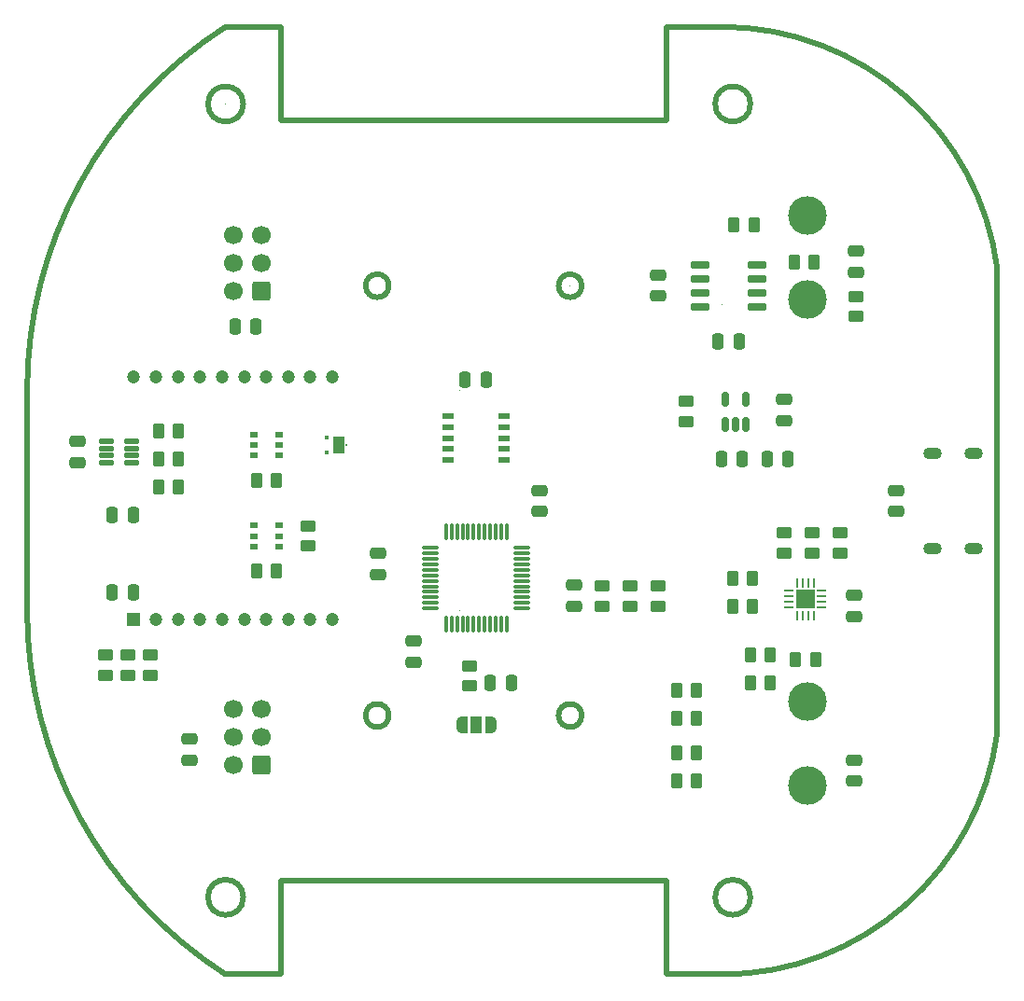
<source format=gbr>
%TF.GenerationSoftware,KiCad,Pcbnew,6.0.7-f9a2dced07~116~ubuntu20.04.1*%
%TF.CreationDate,2022-08-31T16:11:48+02:00*%
%TF.ProjectId,dumber-v3,64756d62-6572-42d7-9633-2e6b69636164,1.1*%
%TF.SameCoordinates,Original*%
%TF.FileFunction,Soldermask,Bot*%
%TF.FilePolarity,Negative*%
%FSLAX46Y46*%
G04 Gerber Fmt 4.6, Leading zero omitted, Abs format (unit mm)*
G04 Created by KiCad (PCBNEW 6.0.7-f9a2dced07~116~ubuntu20.04.1) date 2022-08-31 16:11:48*
%MOMM*%
%LPD*%
G01*
G04 APERTURE LIST*
G04 Aperture macros list*
%AMRoundRect*
0 Rectangle with rounded corners*
0 $1 Rounding radius*
0 $2 $3 $4 $5 $6 $7 $8 $9 X,Y pos of 4 corners*
0 Add a 4 corners polygon primitive as box body*
4,1,4,$2,$3,$4,$5,$6,$7,$8,$9,$2,$3,0*
0 Add four circle primitives for the rounded corners*
1,1,$1+$1,$2,$3*
1,1,$1+$1,$4,$5*
1,1,$1+$1,$6,$7*
1,1,$1+$1,$8,$9*
0 Add four rect primitives between the rounded corners*
20,1,$1+$1,$2,$3,$4,$5,0*
20,1,$1+$1,$4,$5,$6,$7,0*
20,1,$1+$1,$6,$7,$8,$9,0*
20,1,$1+$1,$8,$9,$2,$3,0*%
%AMFreePoly0*
4,1,22,0.550000,-0.750000,0.000000,-0.750000,0.000000,-0.745033,-0.079941,-0.743568,-0.215256,-0.701293,-0.333266,-0.622738,-0.424486,-0.514219,-0.481581,-0.384460,-0.499164,-0.250000,-0.500000,-0.250000,-0.500000,0.250000,-0.499164,0.250000,-0.499963,0.256109,-0.478152,0.396186,-0.417904,0.524511,-0.324060,0.630769,-0.204165,0.706417,-0.067858,0.745374,0.000000,0.744959,0.000000,0.750000,
0.550000,0.750000,0.550000,-0.750000,0.550000,-0.750000,$1*%
%AMFreePoly1*
4,1,20,0.000000,0.744959,0.073905,0.744508,0.209726,0.703889,0.328688,0.626782,0.421226,0.519385,0.479903,0.390333,0.500000,0.250000,0.500000,-0.250000,0.499851,-0.262216,0.476331,-0.402017,0.414519,-0.529596,0.319384,-0.634700,0.198574,-0.708877,0.061801,-0.746166,0.000000,-0.745033,0.000000,-0.750000,-0.550000,-0.750000,-0.550000,0.750000,0.000000,0.750000,0.000000,0.744959,
0.000000,0.744959,$1*%
G04 Aperture macros list end*
%TA.AperFunction,Profile*%
%ADD10C,0.010050*%
%TD*%
%TA.AperFunction,Profile*%
%ADD11C,0.500000*%
%TD*%
%ADD12R,0.300000X0.300000*%
%ADD13R,0.250000X0.250000*%
%ADD14R,1.000000X1.500000*%
%ADD15RoundRect,0.250000X0.600000X0.600000X-0.600000X0.600000X-0.600000X-0.600000X0.600000X-0.600000X0*%
%ADD16C,1.700000*%
%ADD17C,3.500000*%
%ADD18O,1.700000X1.100000*%
%ADD19R,1.200000X1.200000*%
%ADD20C,1.200000*%
%ADD21RoundRect,0.250000X0.475000X-0.250000X0.475000X0.250000X-0.475000X0.250000X-0.475000X-0.250000X0*%
%ADD22RoundRect,0.250000X-0.262500X-0.450000X0.262500X-0.450000X0.262500X0.450000X-0.262500X0.450000X0*%
%ADD23RoundRect,0.075000X-0.662500X-0.075000X0.662500X-0.075000X0.662500X0.075000X-0.662500X0.075000X0*%
%ADD24RoundRect,0.075000X-0.075000X-0.662500X0.075000X-0.662500X0.075000X0.662500X-0.075000X0.662500X0*%
%ADD25RoundRect,0.250000X0.262500X0.450000X-0.262500X0.450000X-0.262500X-0.450000X0.262500X-0.450000X0*%
%ADD26RoundRect,0.250000X-0.475000X0.250000X-0.475000X-0.250000X0.475000X-0.250000X0.475000X0.250000X0*%
%ADD27RoundRect,0.250000X-0.250000X-0.475000X0.250000X-0.475000X0.250000X0.475000X-0.250000X0.475000X0*%
%ADD28RoundRect,0.125000X-0.537500X-0.125000X0.537500X-0.125000X0.537500X0.125000X-0.537500X0.125000X0*%
%ADD29R,0.700000X0.510000*%
%ADD30RoundRect,0.250000X-0.450000X0.262500X-0.450000X-0.262500X0.450000X-0.262500X0.450000X0.262500X0*%
%ADD31RoundRect,0.250000X0.450000X-0.262500X0.450000X0.262500X-0.450000X0.262500X-0.450000X-0.262500X0*%
%ADD32R,1.100000X0.510000*%
%ADD33FreePoly0,180.000000*%
%ADD34FreePoly1,180.000000*%
%ADD35RoundRect,0.250000X0.250000X0.475000X-0.250000X0.475000X-0.250000X-0.475000X0.250000X-0.475000X0*%
%ADD36R,0.812800X0.254000*%
%ADD37R,0.254000X0.812800*%
%ADD38R,1.752600X1.752600*%
%ADD39RoundRect,0.150000X0.150000X-0.512500X0.150000X0.512500X-0.150000X0.512500X-0.150000X-0.512500X0*%
%ADD40RoundRect,0.150000X0.725000X0.150000X-0.725000X0.150000X-0.725000X-0.150000X0.725000X-0.150000X0*%
G04 APERTURE END LIST*
D10*
X173755025Y-70000000D02*
G75*
G03*
X173755025Y-70000000I-5025J0D01*
G01*
X141505025Y-86500000D02*
G75*
G03*
X141505025Y-86500000I-5025J0D01*
G01*
D11*
X175350000Y-70000000D02*
G75*
G03*
X175350000Y-70000000I-1600000J0D01*
G01*
X142550000Y-86500000D02*
G75*
G03*
X142550000Y-86500000I-1050000J0D01*
G01*
X167750000Y-63000000D02*
X167750000Y-71500000D01*
X109750000Y-96000000D02*
X109750000Y-116000000D01*
X129350000Y-142000000D02*
G75*
G03*
X129350000Y-142000000I-1600000J0D01*
G01*
X127750000Y-63000000D02*
G75*
G03*
X109750000Y-96000000I21250000J-33000000D01*
G01*
X197750000Y-127000000D02*
X197750000Y-85000000D01*
X129350000Y-70000000D02*
G75*
G03*
X129350000Y-70000000I-1600000J0D01*
G01*
X167750000Y-149000000D02*
X172750000Y-149000000D01*
X172750000Y-63000000D02*
X167750000Y-63000000D01*
D10*
X172755025Y-123795455D02*
G75*
G03*
X172755025Y-123795455I-5025J0D01*
G01*
X159005025Y-125500000D02*
G75*
G03*
X159005025Y-125500000I-5025J0D01*
G01*
X159005025Y-86500000D02*
G75*
G03*
X159005025Y-86500000I-5025J0D01*
G01*
X172755025Y-88204545D02*
G75*
G03*
X172755025Y-88204545I-5025J0D01*
G01*
X149005025Y-116000000D02*
G75*
G03*
X149005025Y-116000000I-5025J0D01*
G01*
D11*
X132750000Y-149000000D02*
X132750000Y-140500000D01*
X167750000Y-140500000D02*
X167750000Y-149000000D01*
X127750000Y-149000000D02*
X132750000Y-149000000D01*
X167750000Y-71500000D02*
X132750000Y-71500000D01*
D10*
X127755025Y-70000000D02*
G75*
G03*
X127755025Y-70000000I-5025J0D01*
G01*
D11*
X109750000Y-116000000D02*
G75*
G03*
X127750000Y-149000000I39250000J0D01*
G01*
X175350000Y-142000000D02*
G75*
G03*
X175350000Y-142000000I-1600000J0D01*
G01*
D10*
X149005025Y-96000000D02*
G75*
G03*
X149005025Y-96000000I-5025J0D01*
G01*
D11*
X132750000Y-63000000D02*
X127750000Y-63000000D01*
X132750000Y-71500000D02*
X132750000Y-63000000D01*
X197750047Y-84999994D02*
G75*
G03*
X172750000Y-63000000I-25000047J-3204606D01*
G01*
X160050000Y-86500000D02*
G75*
G03*
X160050000Y-86500000I-1050000J0D01*
G01*
D10*
X173755025Y-142000000D02*
G75*
G03*
X173755025Y-142000000I-5025J0D01*
G01*
X141505025Y-125500000D02*
G75*
G03*
X141505025Y-125500000I-5025J0D01*
G01*
D11*
X132750000Y-140500000D02*
X167750000Y-140500000D01*
X160050000Y-125500000D02*
G75*
G03*
X160050000Y-125500000I-1050000J0D01*
G01*
X142550000Y-125500000D02*
G75*
G03*
X142550000Y-125500000I-1050000J0D01*
G01*
X172750000Y-149000005D02*
G75*
G03*
X197750000Y-127000000I0J25204545D01*
G01*
D10*
X127755025Y-142000000D02*
G75*
G03*
X127755025Y-142000000I-5025J0D01*
G01*
D12*
%TO.C,D1*%
X136945000Y-101615000D03*
X136945000Y-100315000D03*
D13*
X138670000Y-100965000D03*
D14*
X138045000Y-100965000D03*
%TD*%
D15*
%TO.C,J1*%
X131000000Y-87000000D03*
D16*
X128460000Y-87000000D03*
X131000000Y-84460000D03*
X128460000Y-84460000D03*
X131000000Y-81920000D03*
X128460000Y-81920000D03*
%TD*%
D17*
%TO.C,BT1*%
X180500000Y-124250000D03*
X180500000Y-131850000D03*
X180500000Y-80150000D03*
X180500000Y-87750000D03*
%TD*%
D15*
%TO.C,J2*%
X131000000Y-130000000D03*
D16*
X128460000Y-130000000D03*
X131000000Y-127460000D03*
X128460000Y-127460000D03*
X131000000Y-124920000D03*
X128460000Y-124920000D03*
%TD*%
D18*
%TO.C,P1*%
X191835000Y-101710000D03*
X195635000Y-110350000D03*
X195635000Y-101700000D03*
X191835000Y-110350000D03*
%TD*%
D19*
%TO.C,U1*%
X119435000Y-116800000D03*
D20*
X121435000Y-116800000D03*
X123435000Y-116800000D03*
X125435000Y-116800000D03*
X127435000Y-116800000D03*
X129435000Y-116800000D03*
X131435000Y-116800000D03*
X133435000Y-116800000D03*
X135435000Y-116800000D03*
X137435000Y-116800000D03*
X137435000Y-94800000D03*
X135435000Y-94800000D03*
X133435000Y-94800000D03*
X131435000Y-94800000D03*
X129435000Y-94800000D03*
X127435000Y-94800000D03*
X125435000Y-94800000D03*
X123435000Y-94800000D03*
X121435000Y-94800000D03*
X119435000Y-94800000D03*
%TD*%
D21*
%TO.C,C17*%
X156210000Y-106995000D03*
X156210000Y-105095000D03*
%TD*%
D22*
%TO.C,R10*%
X173839500Y-81000000D03*
X175664500Y-81000000D03*
%TD*%
D23*
%TO.C,U2*%
X146332500Y-115780000D03*
X146332500Y-115280000D03*
X146332500Y-114780000D03*
X146332500Y-114280000D03*
X146332500Y-113780000D03*
X146332500Y-113280000D03*
X146332500Y-112780000D03*
X146332500Y-112280000D03*
X146332500Y-111780000D03*
X146332500Y-111280000D03*
X146332500Y-110780000D03*
X146332500Y-110280000D03*
D24*
X147745000Y-108867500D03*
X148245000Y-108867500D03*
X148745000Y-108867500D03*
X149245000Y-108867500D03*
X149745000Y-108867500D03*
X150245000Y-108867500D03*
X150745000Y-108867500D03*
X151245000Y-108867500D03*
X151745000Y-108867500D03*
X152245000Y-108867500D03*
X152745000Y-108867500D03*
X153245000Y-108867500D03*
D23*
X154657500Y-110280000D03*
X154657500Y-110780000D03*
X154657500Y-111280000D03*
X154657500Y-111780000D03*
X154657500Y-112280000D03*
X154657500Y-112780000D03*
X154657500Y-113280000D03*
X154657500Y-113780000D03*
X154657500Y-114280000D03*
X154657500Y-114780000D03*
X154657500Y-115280000D03*
X154657500Y-115780000D03*
D24*
X153245000Y-117192500D03*
X152745000Y-117192500D03*
X152245000Y-117192500D03*
X151745000Y-117192500D03*
X151245000Y-117192500D03*
X150745000Y-117192500D03*
X150245000Y-117192500D03*
X149745000Y-117192500D03*
X149245000Y-117192500D03*
X148745000Y-117192500D03*
X148245000Y-117192500D03*
X147745000Y-117192500D03*
%TD*%
D21*
%TO.C,C4*%
X184785000Y-116520000D03*
X184785000Y-114620000D03*
%TD*%
D25*
%TO.C,R7*%
X175537500Y-113030000D03*
X173712500Y-113030000D03*
%TD*%
D26*
%TO.C,C20*%
X141605000Y-110810000D03*
X141605000Y-112710000D03*
%TD*%
D25*
%TO.C,R17*%
X170457500Y-123190000D03*
X168632500Y-123190000D03*
%TD*%
D27*
%TO.C,C6*%
X172725000Y-102235000D03*
X174625000Y-102235000D03*
%TD*%
D22*
%TO.C,R3*%
X175340000Y-122555000D03*
X177165000Y-122555000D03*
%TD*%
D26*
%TO.C,C19*%
X144780000Y-118750000D03*
X144780000Y-120650000D03*
%TD*%
D28*
%TO.C,U3*%
X116972500Y-102575000D03*
X116972500Y-101925000D03*
X116972500Y-101275000D03*
X116972500Y-100625000D03*
X119247500Y-100625000D03*
X119247500Y-101275000D03*
X119247500Y-101925000D03*
X119247500Y-102575000D03*
%TD*%
D29*
%TO.C,Q2*%
X132605000Y-108270000D03*
X132605000Y-109220000D03*
X132605000Y-110170000D03*
X130285000Y-110170000D03*
X130285000Y-109220000D03*
X130285000Y-108270000D03*
%TD*%
D22*
%TO.C,R24*%
X130532500Y-112395000D03*
X132357500Y-112395000D03*
%TD*%
%TO.C,R1*%
X130532500Y-104140000D03*
X132357500Y-104140000D03*
%TD*%
D21*
%TO.C,C7*%
X184785000Y-131440000D03*
X184785000Y-129540000D03*
%TD*%
D30*
%TO.C,R16*%
X116840000Y-120015000D03*
X116840000Y-121840000D03*
%TD*%
D31*
%TO.C,R13*%
X178435000Y-110767500D03*
X178435000Y-108942500D03*
%TD*%
D32*
%TO.C,U7*%
X153045000Y-98330000D03*
X153045000Y-99330000D03*
X153045000Y-100330000D03*
X153045000Y-101330000D03*
X153045000Y-102330000D03*
X147945000Y-102330000D03*
X147945000Y-101330000D03*
X147945000Y-100330000D03*
X147945000Y-99330000D03*
X147945000Y-98330000D03*
%TD*%
D25*
%TO.C,R21*%
X175537500Y-115570000D03*
X173712500Y-115570000D03*
%TD*%
D26*
%TO.C,C3*%
X188595000Y-105095000D03*
X188595000Y-106995000D03*
%TD*%
D25*
%TO.C,R2*%
X123467500Y-102235000D03*
X121642500Y-102235000D03*
%TD*%
D33*
%TO.C,JP1*%
X151795000Y-126365000D03*
D14*
X150495000Y-126365000D03*
D34*
X149195000Y-126365000D03*
%TD*%
D27*
%TO.C,C8*%
X172405000Y-91572500D03*
X174305000Y-91572500D03*
%TD*%
D22*
%TO.C,R5*%
X175340000Y-120015000D03*
X177165000Y-120015000D03*
%TD*%
D25*
%TO.C,R11*%
X181149000Y-84328000D03*
X179324000Y-84328000D03*
%TD*%
D26*
%TO.C,C5*%
X184912000Y-83378000D03*
X184912000Y-85278000D03*
%TD*%
D22*
%TO.C,R18*%
X168632500Y-125730000D03*
X170457500Y-125730000D03*
%TD*%
D25*
%TO.C,R19*%
X170457500Y-131445000D03*
X168632500Y-131445000D03*
%TD*%
D35*
%TO.C,C13*%
X119375000Y-114300000D03*
X117475000Y-114300000D03*
%TD*%
D36*
%TO.C,U4*%
X181813200Y-114184999D03*
X181813200Y-114685000D03*
X181813200Y-115185000D03*
X181813200Y-115685001D03*
D37*
X181090001Y-116408200D03*
X180590000Y-116408200D03*
X180090000Y-116408200D03*
X179589999Y-116408200D03*
D36*
X178866800Y-115685001D03*
X178866800Y-115185000D03*
X178866800Y-114685000D03*
X178866800Y-114184999D03*
D37*
X179589999Y-113461800D03*
X180090000Y-113461800D03*
X180590000Y-113461800D03*
X181090001Y-113461800D03*
D38*
X180340000Y-114935000D03*
%TD*%
D22*
%TO.C,R9*%
X179427500Y-120396000D03*
X181252500Y-120396000D03*
%TD*%
D31*
%TO.C,R14*%
X183515000Y-110767500D03*
X183515000Y-108942500D03*
%TD*%
%TO.C,R29*%
X161925000Y-115570000D03*
X161925000Y-113745000D03*
%TD*%
D26*
%TO.C,C10*%
X167005000Y-85542500D03*
X167005000Y-87442500D03*
%TD*%
D31*
%TO.C,R26*%
X149860000Y-122832500D03*
X149860000Y-121007500D03*
%TD*%
D30*
%TO.C,R28*%
X164465000Y-113745000D03*
X164465000Y-115570000D03*
%TD*%
D31*
%TO.C,R8*%
X184912000Y-89304500D03*
X184912000Y-87479500D03*
%TD*%
D25*
%TO.C,R6*%
X123467500Y-99695000D03*
X121642500Y-99695000D03*
%TD*%
D31*
%TO.C,R25*%
X135255000Y-110132500D03*
X135255000Y-108307500D03*
%TD*%
%TO.C,R27*%
X167005000Y-115570000D03*
X167005000Y-113745000D03*
%TD*%
D35*
%TO.C,C14*%
X130490000Y-90170000D03*
X128590000Y-90170000D03*
%TD*%
D30*
%TO.C,R23*%
X120904000Y-120015000D03*
X120904000Y-121840000D03*
%TD*%
D31*
%TO.C,R12*%
X180975000Y-110767500D03*
X180975000Y-108942500D03*
%TD*%
D21*
%TO.C,C15*%
X124460000Y-129535000D03*
X124460000Y-127635000D03*
%TD*%
D35*
%TO.C,C12*%
X151384000Y-94996000D03*
X149484000Y-94996000D03*
%TD*%
D21*
%TO.C,C1*%
X114300000Y-100650000D03*
X114300000Y-102550000D03*
%TD*%
D29*
%TO.C,Q1*%
X132605000Y-100015000D03*
X132605000Y-100965000D03*
X132605000Y-101915000D03*
X130285000Y-101915000D03*
X130285000Y-100965000D03*
X130285000Y-100015000D03*
%TD*%
D39*
%TO.C,U6*%
X174940000Y-99060000D03*
X173990000Y-99060000D03*
X173040000Y-99060000D03*
X173040000Y-96785000D03*
X174940000Y-96785000D03*
%TD*%
D35*
%TO.C,C9*%
X178750000Y-102235000D03*
X176850000Y-102235000D03*
%TD*%
D26*
%TO.C,C11*%
X178435000Y-96840000D03*
X178435000Y-98740000D03*
%TD*%
D21*
%TO.C,C18*%
X159385000Y-115565000D03*
X159385000Y-113665000D03*
%TD*%
D30*
%TO.C,R22*%
X118872000Y-120015000D03*
X118872000Y-121840000D03*
%TD*%
D40*
%TO.C,U5*%
X175930000Y-84587500D03*
X175930000Y-85857500D03*
X175930000Y-87127500D03*
X175930000Y-88397500D03*
X170780000Y-88397500D03*
X170780000Y-87127500D03*
X170780000Y-85857500D03*
X170780000Y-84587500D03*
%TD*%
D35*
%TO.C,C16*%
X153670000Y-122555000D03*
X151770000Y-122555000D03*
%TD*%
D25*
%TO.C,R4*%
X123467500Y-104775000D03*
X121642500Y-104775000D03*
%TD*%
D35*
%TO.C,C2*%
X119375000Y-107315000D03*
X117475000Y-107315000D03*
%TD*%
D30*
%TO.C,R15*%
X169545000Y-97010000D03*
X169545000Y-98835000D03*
%TD*%
D22*
%TO.C,R20*%
X168632500Y-128905000D03*
X170457500Y-128905000D03*
%TD*%
M02*

</source>
